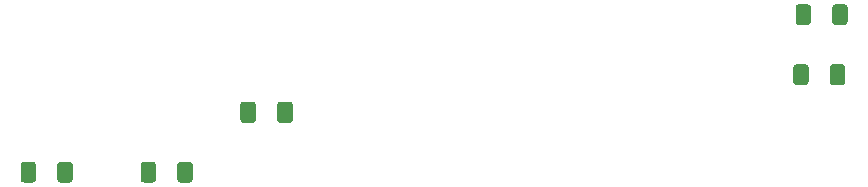
<source format=gbp>
%TF.GenerationSoftware,KiCad,Pcbnew,5.1.9+dfsg1-1*%
%TF.CreationDate,2022-04-01T11:17:58+02:00*%
%TF.ProjectId,AmigaPCDriveAdapter,416d6967-6150-4434-9472-697665416461,2.0*%
%TF.SameCoordinates,Original*%
%TF.FileFunction,Paste,Bot*%
%TF.FilePolarity,Positive*%
%FSLAX46Y46*%
G04 Gerber Fmt 4.6, Leading zero omitted, Abs format (unit mm)*
G04 Created by KiCad (PCBNEW 5.1.9+dfsg1-1) date 2022-04-01 11:17:58*
%MOMM*%
%LPD*%
G01*
G04 APERTURE LIST*
G04 APERTURE END LIST*
G36*
G01*
X119732000Y-108485000D02*
X119732000Y-109735000D01*
G75*
G02*
X119482000Y-109985000I-250000J0D01*
G01*
X118682000Y-109985000D01*
G75*
G02*
X118432000Y-109735000I0J250000D01*
G01*
X118432000Y-108485000D01*
G75*
G02*
X118682000Y-108235000I250000J0D01*
G01*
X119482000Y-108235000D01*
G75*
G02*
X119732000Y-108485000I0J-250000D01*
G01*
G37*
G36*
G01*
X122832000Y-108485000D02*
X122832000Y-109735000D01*
G75*
G02*
X122582000Y-109985000I-250000J0D01*
G01*
X121782000Y-109985000D01*
G75*
G02*
X121532000Y-109735000I0J250000D01*
G01*
X121532000Y-108485000D01*
G75*
G02*
X121782000Y-108235000I250000J0D01*
G01*
X122582000Y-108235000D01*
G75*
G02*
X122832000Y-108485000I0J-250000D01*
G01*
G37*
G36*
G01*
X131692000Y-109735000D02*
X131692000Y-108485000D01*
G75*
G02*
X131942000Y-108235000I250000J0D01*
G01*
X132742000Y-108235000D01*
G75*
G02*
X132992000Y-108485000I0J-250000D01*
G01*
X132992000Y-109735000D01*
G75*
G02*
X132742000Y-109985000I-250000J0D01*
G01*
X131942000Y-109985000D01*
G75*
G02*
X131692000Y-109735000I0J250000D01*
G01*
G37*
G36*
G01*
X128592000Y-109735000D02*
X128592000Y-108485000D01*
G75*
G02*
X128842000Y-108235000I250000J0D01*
G01*
X129642000Y-108235000D01*
G75*
G02*
X129892000Y-108485000I0J-250000D01*
G01*
X129892000Y-109735000D01*
G75*
G02*
X129642000Y-109985000I-250000J0D01*
G01*
X128842000Y-109985000D01*
G75*
G02*
X128592000Y-109735000I0J250000D01*
G01*
G37*
G36*
G01*
X186938000Y-101480000D02*
X186938000Y-100230000D01*
G75*
G02*
X187188000Y-99980000I250000J0D01*
G01*
X187988000Y-99980000D01*
G75*
G02*
X188238000Y-100230000I0J-250000D01*
G01*
X188238000Y-101480000D01*
G75*
G02*
X187988000Y-101730000I-250000J0D01*
G01*
X187188000Y-101730000D01*
G75*
G02*
X186938000Y-101480000I0J250000D01*
G01*
G37*
G36*
G01*
X183838000Y-101480000D02*
X183838000Y-100230000D01*
G75*
G02*
X184088000Y-99980000I250000J0D01*
G01*
X184888000Y-99980000D01*
G75*
G02*
X185138000Y-100230000I0J-250000D01*
G01*
X185138000Y-101480000D01*
G75*
G02*
X184888000Y-101730000I-250000J0D01*
G01*
X184088000Y-101730000D01*
G75*
G02*
X183838000Y-101480000I0J250000D01*
G01*
G37*
G36*
G01*
X187138000Y-96400000D02*
X187138000Y-95150000D01*
G75*
G02*
X187388000Y-94900000I250000J0D01*
G01*
X188188000Y-94900000D01*
G75*
G02*
X188438000Y-95150000I0J-250000D01*
G01*
X188438000Y-96400000D01*
G75*
G02*
X188188000Y-96650000I-250000J0D01*
G01*
X187388000Y-96650000D01*
G75*
G02*
X187138000Y-96400000I0J250000D01*
G01*
G37*
G36*
G01*
X184038000Y-96400000D02*
X184038000Y-95150000D01*
G75*
G02*
X184288000Y-94900000I250000J0D01*
G01*
X185088000Y-94900000D01*
G75*
G02*
X185338000Y-95150000I0J-250000D01*
G01*
X185338000Y-96400000D01*
G75*
G02*
X185088000Y-96650000I-250000J0D01*
G01*
X184288000Y-96650000D01*
G75*
G02*
X184038000Y-96400000I0J250000D01*
G01*
G37*
G36*
G01*
X138348000Y-103379999D02*
X138348000Y-104680001D01*
G75*
G02*
X138098001Y-104930000I-249999J0D01*
G01*
X137272999Y-104930000D01*
G75*
G02*
X137023000Y-104680001I0J249999D01*
G01*
X137023000Y-103379999D01*
G75*
G02*
X137272999Y-103130000I249999J0D01*
G01*
X138098001Y-103130000D01*
G75*
G02*
X138348000Y-103379999I0J-249999D01*
G01*
G37*
G36*
G01*
X141473000Y-103379999D02*
X141473000Y-104680001D01*
G75*
G02*
X141223001Y-104930000I-249999J0D01*
G01*
X140397999Y-104930000D01*
G75*
G02*
X140148000Y-104680001I0J249999D01*
G01*
X140148000Y-103379999D01*
G75*
G02*
X140397999Y-103130000I249999J0D01*
G01*
X141223001Y-103130000D01*
G75*
G02*
X141473000Y-103379999I0J-249999D01*
G01*
G37*
M02*

</source>
